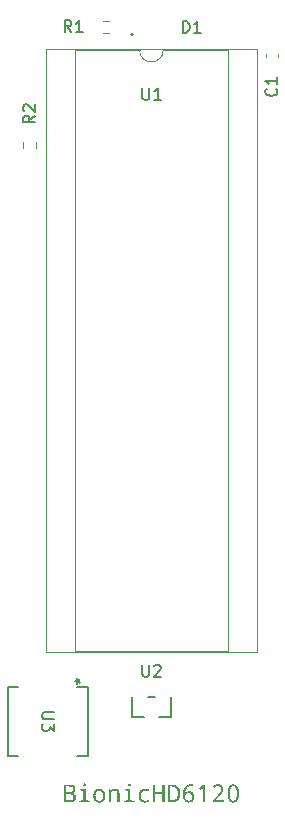
<source format=gbr>
G04 #@! TF.GenerationSoftware,KiCad,Pcbnew,8.0.4+dfsg-1*
G04 #@! TF.CreationDate,2025-02-28T19:38:26+09:00*
G04 #@! TF.ProjectId,bionic-hd6120,62696f6e-6963-42d6-9864-363132302e6b,4*
G04 #@! TF.SameCoordinates,Original*
G04 #@! TF.FileFunction,Legend,Top*
G04 #@! TF.FilePolarity,Positive*
%FSLAX46Y46*%
G04 Gerber Fmt 4.6, Leading zero omitted, Abs format (unit mm)*
G04 Created by KiCad (PCBNEW 8.0.4+dfsg-1) date 2025-02-28 19:38:26*
%MOMM*%
%LPD*%
G01*
G04 APERTURE LIST*
%ADD10C,0.150000*%
%ADD11C,0.152400*%
%ADD12C,0.120000*%
G04 APERTURE END LIST*
D10*
G36*
X106815392Y-135937563D02*
G01*
X106892198Y-135944137D01*
X106974376Y-135957811D01*
X107045659Y-135977797D01*
X107115049Y-136009090D01*
X107140248Y-136025131D01*
X107196027Y-136076719D01*
X107235869Y-136142092D01*
X107259774Y-136221250D01*
X107267618Y-136301821D01*
X107267743Y-136314192D01*
X107259836Y-136391873D01*
X107232873Y-136467404D01*
X107186776Y-136532545D01*
X107130591Y-136580122D01*
X107063243Y-136614319D01*
X106984732Y-136635134D01*
X106967690Y-136637692D01*
X106967690Y-136647950D01*
X107047890Y-136665627D01*
X107117396Y-136690815D01*
X107189241Y-136732861D01*
X107244378Y-136786642D01*
X107282807Y-136852158D01*
X107304528Y-136929409D01*
X107309874Y-136999660D01*
X107305251Y-137072981D01*
X107288168Y-137150774D01*
X107258498Y-137220222D01*
X107216240Y-137281326D01*
X107178350Y-137319862D01*
X107116392Y-137365115D01*
X107045284Y-137399253D01*
X106965024Y-137422276D01*
X106888946Y-137433164D01*
X106820412Y-137436000D01*
X106277460Y-137436000D01*
X106277460Y-137272235D01*
X106470168Y-137272235D01*
X106786340Y-137272235D01*
X106861473Y-137267855D01*
X106941302Y-137250065D01*
X107016436Y-137210652D01*
X107069029Y-137151533D01*
X107099082Y-137072707D01*
X107106909Y-136991966D01*
X107098760Y-136917135D01*
X107067470Y-136844080D01*
X107012713Y-136789288D01*
X106934489Y-136752761D01*
X106851375Y-136736272D01*
X106773151Y-136732214D01*
X106470168Y-136732214D01*
X106470168Y-137272235D01*
X106277460Y-137272235D01*
X106277460Y-136568449D01*
X106470168Y-136568449D01*
X106762526Y-136568449D01*
X106837494Y-136564946D01*
X106915875Y-136550713D01*
X106987454Y-136519183D01*
X106996999Y-136512395D01*
X107044678Y-136454759D01*
X107067115Y-136380089D01*
X107070639Y-136327015D01*
X107061331Y-136251322D01*
X107026331Y-136182965D01*
X106991870Y-136152259D01*
X106919811Y-136119887D01*
X106839926Y-136104324D01*
X106763036Y-136099344D01*
X106742010Y-136099136D01*
X106470168Y-136099136D01*
X106470168Y-136568449D01*
X106277460Y-136568449D01*
X106277460Y-135935371D01*
X106731019Y-135935371D01*
X106815392Y-135937563D01*
G37*
G36*
X108050663Y-135841582D02*
G01*
X108125295Y-135863952D01*
X108158134Y-135931061D01*
X108159840Y-135958452D01*
X108141498Y-136030580D01*
X108127233Y-136047113D01*
X108058869Y-136075801D01*
X108050663Y-136076055D01*
X107979264Y-136056646D01*
X107943080Y-135992332D01*
X107940387Y-135958452D01*
X107958587Y-135882784D01*
X108024817Y-135843408D01*
X108050663Y-135841582D01*
G37*
G36*
X107956141Y-136457807D02*
G01*
X107678803Y-136436191D01*
X107678803Y-136310528D01*
X108143353Y-136310528D01*
X108143353Y-137288721D01*
X108506054Y-137309237D01*
X108506054Y-137436000D01*
X107601500Y-137436000D01*
X107601500Y-137309237D01*
X107956141Y-137288721D01*
X107956141Y-136457807D01*
G37*
G36*
X109375096Y-136292697D02*
G01*
X109450736Y-136309544D01*
X109520657Y-136337622D01*
X109584859Y-136376932D01*
X109643343Y-136427473D01*
X109661567Y-136446816D01*
X109710249Y-136510400D01*
X109748859Y-136581352D01*
X109777396Y-136659671D01*
X109795862Y-136745357D01*
X109803556Y-136822390D01*
X109804815Y-136871066D01*
X109801363Y-136953648D01*
X109791005Y-137030577D01*
X109773742Y-137101854D01*
X109743912Y-137179924D01*
X109704139Y-137249854D01*
X109663399Y-137301910D01*
X109607207Y-137355448D01*
X109544422Y-137397909D01*
X109475041Y-137429293D01*
X109399067Y-137449601D01*
X109316497Y-137458831D01*
X109287509Y-137459447D01*
X109206747Y-137453818D01*
X109131523Y-137436933D01*
X109061838Y-137408790D01*
X108997692Y-137369390D01*
X108939083Y-137318733D01*
X108920778Y-137299346D01*
X108871972Y-137235396D01*
X108833263Y-137163900D01*
X108804652Y-137084855D01*
X108788523Y-137013219D01*
X108779407Y-136936342D01*
X108777163Y-136871066D01*
X108970970Y-136871066D01*
X108973788Y-136948390D01*
X108986310Y-137039657D01*
X109008850Y-137117404D01*
X109051112Y-137195573D01*
X109109027Y-137252615D01*
X109182595Y-137288531D01*
X109271816Y-137303319D01*
X109291539Y-137303742D01*
X109366414Y-137296981D01*
X109445970Y-137269517D01*
X109509926Y-137220925D01*
X109558283Y-137151207D01*
X109585738Y-137080221D01*
X109603209Y-136995714D01*
X109610696Y-136897686D01*
X109611008Y-136871066D01*
X109608181Y-136794528D01*
X109595616Y-136704187D01*
X109572999Y-136627231D01*
X109530591Y-136549856D01*
X109472478Y-136493393D01*
X109398657Y-136457843D01*
X109309131Y-136443204D01*
X109289341Y-136442786D01*
X109214722Y-136449478D01*
X109135441Y-136476664D01*
X109071704Y-136524761D01*
X109023514Y-136593771D01*
X108996154Y-136664036D01*
X108978743Y-136747684D01*
X108971281Y-136844717D01*
X108970970Y-136871066D01*
X108777163Y-136871066D01*
X108780571Y-136789249D01*
X108790795Y-136713014D01*
X108812060Y-136628899D01*
X108843139Y-136552821D01*
X108884033Y-136484780D01*
X108916748Y-136443885D01*
X108972531Y-136390596D01*
X109035193Y-136348333D01*
X109104732Y-136317094D01*
X109181149Y-136296881D01*
X109264444Y-136287694D01*
X109293737Y-136287081D01*
X109375096Y-136292697D01*
G37*
G36*
X110833200Y-137436000D02*
G01*
X110833200Y-136709866D01*
X110827216Y-136632924D01*
X110804238Y-136557808D01*
X110755649Y-136493907D01*
X110683604Y-136455566D01*
X110603181Y-136443047D01*
X110588102Y-136442786D01*
X110513913Y-136449174D01*
X110435088Y-136475128D01*
X110371718Y-136521045D01*
X110323804Y-136586926D01*
X110291347Y-136672771D01*
X110276509Y-136755821D01*
X110271563Y-136851648D01*
X110271563Y-137436000D01*
X110083985Y-137436000D01*
X110083985Y-136310528D01*
X110235293Y-136310528D01*
X110263137Y-136460371D01*
X110273395Y-136460371D01*
X110317951Y-136401480D01*
X110381850Y-136348173D01*
X110458581Y-136311450D01*
X110534564Y-136293173D01*
X110619976Y-136287081D01*
X110713914Y-136293521D01*
X110795327Y-136312841D01*
X110864215Y-136345041D01*
X110932711Y-136403404D01*
X110973418Y-136464584D01*
X111001599Y-136538644D01*
X111017255Y-136625583D01*
X111020778Y-136699241D01*
X111020778Y-137436000D01*
X110833200Y-137436000D01*
G37*
G36*
X111831542Y-135841582D02*
G01*
X111906175Y-135863952D01*
X111939013Y-135931061D01*
X111940719Y-135958452D01*
X111922378Y-136030580D01*
X111908112Y-136047113D01*
X111839748Y-136075801D01*
X111831542Y-136076055D01*
X111760143Y-136056646D01*
X111723959Y-135992332D01*
X111721267Y-135958452D01*
X111739466Y-135882784D01*
X111805696Y-135843408D01*
X111831542Y-135841582D01*
G37*
G36*
X111737020Y-136457807D02*
G01*
X111459683Y-136436191D01*
X111459683Y-136310528D01*
X111924232Y-136310528D01*
X111924232Y-137288721D01*
X112286933Y-137309237D01*
X112286933Y-137436000D01*
X111382380Y-137436000D01*
X111382380Y-137309237D01*
X111737020Y-137288721D01*
X111737020Y-136457807D01*
G37*
G36*
X113532938Y-136347898D02*
G01*
X113469191Y-136510563D01*
X113393948Y-136484437D01*
X113322828Y-136465775D01*
X113247744Y-136453704D01*
X113192952Y-136450846D01*
X113103393Y-136457504D01*
X113025775Y-136477476D01*
X112960099Y-136510764D01*
X112894795Y-136571098D01*
X112855987Y-136634344D01*
X112829119Y-136710906D01*
X112814192Y-136800782D01*
X112810834Y-136876928D01*
X112814102Y-136951764D01*
X112828628Y-137040095D01*
X112854774Y-137115340D01*
X112903799Y-137190993D01*
X112970981Y-137246200D01*
X113056319Y-137280960D01*
X113137664Y-137294046D01*
X113182694Y-137295682D01*
X113264095Y-137291698D01*
X113346367Y-137279745D01*
X113419068Y-137262750D01*
X113492436Y-137239654D01*
X113513521Y-137231935D01*
X113513521Y-137396799D01*
X113440545Y-137424207D01*
X113359739Y-137443785D01*
X113282610Y-137454491D01*
X113199485Y-137459202D01*
X113174634Y-137459447D01*
X113094747Y-137455789D01*
X113020639Y-137444814D01*
X112939336Y-137421986D01*
X112866354Y-137388623D01*
X112801692Y-137344723D01*
X112763207Y-137309604D01*
X112713528Y-137248827D01*
X112674129Y-137178880D01*
X112645007Y-137099763D01*
X112628590Y-137026826D01*
X112619311Y-136947521D01*
X112617027Y-136879492D01*
X112620677Y-136792418D01*
X112631625Y-136712088D01*
X112649871Y-136638502D01*
X112681401Y-136559101D01*
X112723442Y-136489412D01*
X112766504Y-136438756D01*
X112826821Y-136387210D01*
X112895664Y-136346329D01*
X112973035Y-136316113D01*
X113058931Y-136296561D01*
X113137025Y-136288414D01*
X113186724Y-136287081D01*
X113266027Y-136289991D01*
X113343332Y-136298722D01*
X113418638Y-136313273D01*
X113491945Y-136333644D01*
X113532938Y-136347898D01*
G37*
G36*
X114827303Y-137436000D02*
G01*
X114634595Y-137436000D01*
X114634595Y-136737343D01*
X114031926Y-136737343D01*
X114031926Y-137436000D01*
X113839218Y-137436000D01*
X113839218Y-135935371D01*
X114031926Y-135935371D01*
X114031926Y-136568449D01*
X114634595Y-136568449D01*
X114634595Y-135935371D01*
X114827303Y-135935371D01*
X114827303Y-137436000D01*
G37*
G36*
X115531300Y-135938405D02*
G01*
X115606125Y-135947507D01*
X115693295Y-135967418D01*
X115773400Y-135996809D01*
X115846439Y-136035682D01*
X115912411Y-136084035D01*
X115960101Y-136129545D01*
X116012557Y-136193875D01*
X116056122Y-136265736D01*
X116090796Y-136345129D01*
X116116579Y-136432053D01*
X116130804Y-136507014D01*
X116139339Y-136586796D01*
X116142184Y-136671397D01*
X116139236Y-136761288D01*
X116130392Y-136845764D01*
X116115651Y-136924824D01*
X116095015Y-136998469D01*
X116060928Y-137082910D01*
X116017628Y-137158889D01*
X115965115Y-137226407D01*
X115953507Y-137238896D01*
X115890572Y-137295678D01*
X115819462Y-137342837D01*
X115740176Y-137380372D01*
X115652716Y-137408282D01*
X115576861Y-137423681D01*
X115495775Y-137432920D01*
X115409456Y-137436000D01*
X115099512Y-137436000D01*
X115099512Y-137272235D01*
X115292219Y-137272235D01*
X115391138Y-137272235D01*
X115489086Y-137267012D01*
X115577399Y-137251343D01*
X115656079Y-137225229D01*
X115725124Y-137188669D01*
X115784535Y-137141664D01*
X115834312Y-137084213D01*
X115874455Y-137016316D01*
X115904963Y-136937973D01*
X115925838Y-136849185D01*
X115937078Y-136749951D01*
X115939218Y-136677992D01*
X115934756Y-136574544D01*
X115921367Y-136481271D01*
X115899052Y-136398174D01*
X115867812Y-136325252D01*
X115827646Y-136262505D01*
X115760206Y-136194670D01*
X115676898Y-136144925D01*
X115604004Y-136119487D01*
X115522184Y-136104224D01*
X115431438Y-136099136D01*
X115292219Y-136099136D01*
X115292219Y-137272235D01*
X115099512Y-137272235D01*
X115099512Y-135935371D01*
X115451954Y-135935371D01*
X115531300Y-135938405D01*
G37*
G36*
X117112832Y-135914655D02*
G01*
X117187344Y-135924743D01*
X117214899Y-135931341D01*
X117214899Y-136091076D01*
X117140812Y-136077139D01*
X117061932Y-136071830D01*
X117043807Y-136071659D01*
X116961285Y-136076734D01*
X116886825Y-136091958D01*
X116810147Y-136122547D01*
X116744443Y-136166951D01*
X116696860Y-136216006D01*
X116651259Y-136287098D01*
X116620210Y-136360926D01*
X116600002Y-136431540D01*
X116584947Y-136510420D01*
X116575044Y-136597563D01*
X116570830Y-136673229D01*
X116583287Y-136673229D01*
X116631851Y-136604993D01*
X116691950Y-136553517D01*
X116763584Y-136518800D01*
X116846754Y-136500843D01*
X116899459Y-136498107D01*
X116983140Y-136503962D01*
X117058511Y-136521529D01*
X117134475Y-136555944D01*
X117199585Y-136605655D01*
X117214166Y-136620473D01*
X117264015Y-136687243D01*
X117295949Y-136754832D01*
X117316979Y-136830978D01*
X117327104Y-136915678D01*
X117328105Y-136954597D01*
X117323739Y-137039034D01*
X117310640Y-137116490D01*
X117288809Y-137186965D01*
X117252301Y-137260363D01*
X117203908Y-137324258D01*
X117145504Y-137376934D01*
X117078966Y-137416672D01*
X117004294Y-137443472D01*
X116921487Y-137457334D01*
X116870516Y-137459447D01*
X116789506Y-137453355D01*
X116714909Y-137435078D01*
X116646727Y-137404617D01*
X116584958Y-137361971D01*
X116529604Y-137307141D01*
X116512579Y-137286157D01*
X116467258Y-137215986D01*
X116431314Y-137135718D01*
X116408524Y-137061114D01*
X116392245Y-136979498D01*
X116385423Y-136917594D01*
X116566800Y-136917594D01*
X116571998Y-136992790D01*
X116590272Y-137071036D01*
X116621702Y-137142559D01*
X116649965Y-137186505D01*
X116701038Y-137241229D01*
X116767370Y-137281028D01*
X116843791Y-137298717D01*
X116868685Y-137299712D01*
X116944848Y-137290911D01*
X117015736Y-137260898D01*
X117073116Y-137209586D01*
X117111949Y-137145852D01*
X117134602Y-137075827D01*
X117145604Y-136993804D01*
X117146755Y-136953498D01*
X117141162Y-136875455D01*
X117121828Y-136801452D01*
X117084609Y-136735504D01*
X117076047Y-136725253D01*
X117014790Y-136676584D01*
X116943702Y-136651703D01*
X116874913Y-136645385D01*
X116797282Y-136653507D01*
X116727881Y-136677872D01*
X116666708Y-136718479D01*
X116655461Y-136728550D01*
X116604983Y-136788245D01*
X116573814Y-136859686D01*
X116566800Y-136917594D01*
X116385423Y-136917594D01*
X116382478Y-136890870D01*
X116379352Y-136814918D01*
X116379222Y-136795228D01*
X116381794Y-136688266D01*
X116389509Y-136588204D01*
X116402367Y-136495043D01*
X116420369Y-136408783D01*
X116443515Y-136329423D01*
X116471803Y-136256965D01*
X116505236Y-136191407D01*
X116565028Y-136106010D01*
X116636393Y-136036139D01*
X116719330Y-135981795D01*
X116813840Y-135942978D01*
X116919923Y-135919688D01*
X116997074Y-135912787D01*
X117037579Y-135911924D01*
X117112832Y-135914655D01*
G37*
G36*
X118261968Y-137436000D02*
G01*
X118080618Y-137436000D01*
X118080618Y-136502870D01*
X118081255Y-136423326D01*
X118082633Y-136348356D01*
X118084427Y-136274970D01*
X118086789Y-136193160D01*
X118088678Y-136133941D01*
X118033634Y-136190171D01*
X117974518Y-136243915D01*
X117964114Y-136253009D01*
X117812805Y-136380870D01*
X117712788Y-136251177D01*
X118107362Y-135935371D01*
X118261968Y-135935371D01*
X118261968Y-137436000D01*
G37*
G36*
X119842830Y-137436000D02*
G01*
X118903838Y-137436000D01*
X118903838Y-137275166D01*
X119264707Y-136883889D01*
X119324102Y-136818152D01*
X119376806Y-136757872D01*
X119431220Y-136692738D01*
X119482526Y-136626678D01*
X119525104Y-136564276D01*
X119529222Y-136557458D01*
X119563032Y-136488221D01*
X119584320Y-136414690D01*
X119593085Y-136336867D01*
X119593336Y-136320787D01*
X119585587Y-136247204D01*
X119556447Y-136175088D01*
X119527757Y-136138704D01*
X119467153Y-136095295D01*
X119391312Y-136074016D01*
X119351169Y-136071659D01*
X119268874Y-136080406D01*
X119197092Y-136102410D01*
X119125520Y-136137808D01*
X119064340Y-136178809D01*
X119023639Y-136211610D01*
X118918493Y-136088878D01*
X118981274Y-136037900D01*
X119045969Y-135995563D01*
X119112578Y-135961865D01*
X119195036Y-135932834D01*
X119280250Y-135916244D01*
X119353367Y-135911924D01*
X119436690Y-135917131D01*
X119511948Y-135932751D01*
X119588084Y-135963354D01*
X119653686Y-136007558D01*
X119668440Y-136020734D01*
X119718930Y-136079833D01*
X119754994Y-136148321D01*
X119776632Y-136226196D01*
X119783732Y-136302038D01*
X119783845Y-136313459D01*
X119777906Y-136390546D01*
X119760089Y-136468849D01*
X119733897Y-136540362D01*
X119723029Y-136564419D01*
X119681492Y-136636570D01*
X119635734Y-136701232D01*
X119588038Y-136762023D01*
X119531649Y-136829094D01*
X119480278Y-136887272D01*
X119423343Y-136949468D01*
X119133915Y-137256847D01*
X119133915Y-137264907D01*
X119842830Y-137264907D01*
X119842830Y-137436000D01*
G37*
G36*
X120717446Y-135918918D02*
G01*
X120794696Y-135939899D01*
X120863728Y-135974869D01*
X120924543Y-136023826D01*
X120977141Y-136086770D01*
X120992847Y-136110860D01*
X121028099Y-136177339D01*
X121057376Y-136252440D01*
X121080678Y-136336163D01*
X121095018Y-136409350D01*
X121105534Y-136488056D01*
X121112225Y-136572279D01*
X121115093Y-136662021D01*
X121115213Y-136685319D01*
X121113325Y-136779061D01*
X121107662Y-136866755D01*
X121098224Y-136948402D01*
X121085011Y-137024000D01*
X121058112Y-137126058D01*
X121022719Y-137214508D01*
X120978831Y-137289350D01*
X120926449Y-137350585D01*
X120865573Y-137398212D01*
X120796203Y-137432231D01*
X120718338Y-137452643D01*
X120631978Y-137459447D01*
X120547520Y-137452453D01*
X120471099Y-137431471D01*
X120402715Y-137396502D01*
X120342367Y-137347545D01*
X120290058Y-137284601D01*
X120274407Y-137260511D01*
X120239366Y-137194014D01*
X120210265Y-137118860D01*
X120187102Y-137035047D01*
X120172848Y-136961762D01*
X120162395Y-136882937D01*
X120155744Y-136798570D01*
X120152893Y-136708662D01*
X120152774Y-136685319D01*
X120152789Y-136684586D01*
X120343650Y-136684586D01*
X120344737Y-136763515D01*
X120348000Y-136836719D01*
X120355138Y-136920174D01*
X120365675Y-136994685D01*
X120382805Y-137072291D01*
X120408976Y-137146553D01*
X120413259Y-137155731D01*
X120453032Y-137218723D01*
X120509656Y-137268076D01*
X120578857Y-137294650D01*
X120631978Y-137299712D01*
X120710920Y-137288294D01*
X120777110Y-137254040D01*
X120830549Y-137196949D01*
X120854728Y-137155364D01*
X120882422Y-137083374D01*
X120900746Y-137007855D01*
X120912198Y-136935181D01*
X120920180Y-136853652D01*
X120924692Y-136763269D01*
X120925803Y-136684586D01*
X120924692Y-136606425D01*
X120920180Y-136516612D01*
X120912198Y-136435565D01*
X120898039Y-136349878D01*
X120878882Y-136276814D01*
X120854728Y-136216373D01*
X120814153Y-136153061D01*
X120756464Y-136103456D01*
X120686023Y-136076747D01*
X120631978Y-136071659D01*
X120554393Y-136083019D01*
X120489384Y-136117100D01*
X120436953Y-136173900D01*
X120413259Y-136215274D01*
X120386136Y-136286693D01*
X120368190Y-136361835D01*
X120356973Y-136434272D01*
X120349156Y-136515636D01*
X120344737Y-136605927D01*
X120343650Y-136684586D01*
X120152789Y-136684586D01*
X120154646Y-136591666D01*
X120160262Y-136504055D01*
X120169621Y-136422486D01*
X120182724Y-136346959D01*
X120209399Y-136244998D01*
X120244497Y-136156631D01*
X120288018Y-136081860D01*
X120339963Y-136020683D01*
X120400332Y-135973101D01*
X120469124Y-135939114D01*
X120546339Y-135918722D01*
X120631978Y-135911924D01*
X120717446Y-135918918D01*
G37*
X116365505Y-72283619D02*
X116365505Y-71283619D01*
X116365505Y-71283619D02*
X116603600Y-71283619D01*
X116603600Y-71283619D02*
X116746457Y-71331238D01*
X116746457Y-71331238D02*
X116841695Y-71426476D01*
X116841695Y-71426476D02*
X116889314Y-71521714D01*
X116889314Y-71521714D02*
X116936933Y-71712190D01*
X116936933Y-71712190D02*
X116936933Y-71855047D01*
X116936933Y-71855047D02*
X116889314Y-72045523D01*
X116889314Y-72045523D02*
X116841695Y-72140761D01*
X116841695Y-72140761D02*
X116746457Y-72236000D01*
X116746457Y-72236000D02*
X116603600Y-72283619D01*
X116603600Y-72283619D02*
X116365505Y-72283619D01*
X117889314Y-72283619D02*
X117317886Y-72283619D01*
X117603600Y-72283619D02*
X117603600Y-71283619D01*
X117603600Y-71283619D02*
X117508362Y-71426476D01*
X117508362Y-71426476D02*
X117413124Y-71521714D01*
X117413124Y-71521714D02*
X117317886Y-71569333D01*
X103842419Y-79308766D02*
X103366228Y-79642099D01*
X103842419Y-79880194D02*
X102842419Y-79880194D01*
X102842419Y-79880194D02*
X102842419Y-79499242D01*
X102842419Y-79499242D02*
X102890038Y-79404004D01*
X102890038Y-79404004D02*
X102937657Y-79356385D01*
X102937657Y-79356385D02*
X103032895Y-79308766D01*
X103032895Y-79308766D02*
X103175752Y-79308766D01*
X103175752Y-79308766D02*
X103270990Y-79356385D01*
X103270990Y-79356385D02*
X103318609Y-79404004D01*
X103318609Y-79404004D02*
X103366228Y-79499242D01*
X103366228Y-79499242D02*
X103366228Y-79880194D01*
X102937657Y-78927813D02*
X102890038Y-78880194D01*
X102890038Y-78880194D02*
X102842419Y-78784956D01*
X102842419Y-78784956D02*
X102842419Y-78546861D01*
X102842419Y-78546861D02*
X102890038Y-78451623D01*
X102890038Y-78451623D02*
X102937657Y-78404004D01*
X102937657Y-78404004D02*
X103032895Y-78356385D01*
X103032895Y-78356385D02*
X103128133Y-78356385D01*
X103128133Y-78356385D02*
X103270990Y-78404004D01*
X103270990Y-78404004D02*
X103842419Y-78975432D01*
X103842419Y-78975432D02*
X103842419Y-78356385D01*
X124270380Y-77024166D02*
X124318000Y-77071785D01*
X124318000Y-77071785D02*
X124365619Y-77214642D01*
X124365619Y-77214642D02*
X124365619Y-77309880D01*
X124365619Y-77309880D02*
X124318000Y-77452737D01*
X124318000Y-77452737D02*
X124222761Y-77547975D01*
X124222761Y-77547975D02*
X124127523Y-77595594D01*
X124127523Y-77595594D02*
X123937047Y-77643213D01*
X123937047Y-77643213D02*
X123794190Y-77643213D01*
X123794190Y-77643213D02*
X123603714Y-77595594D01*
X123603714Y-77595594D02*
X123508476Y-77547975D01*
X123508476Y-77547975D02*
X123413238Y-77452737D01*
X123413238Y-77452737D02*
X123365619Y-77309880D01*
X123365619Y-77309880D02*
X123365619Y-77214642D01*
X123365619Y-77214642D02*
X123413238Y-77071785D01*
X123413238Y-77071785D02*
X123460857Y-77024166D01*
X124365619Y-76071785D02*
X124365619Y-76643213D01*
X124365619Y-76357499D02*
X123365619Y-76357499D01*
X123365619Y-76357499D02*
X123508476Y-76452737D01*
X123508476Y-76452737D02*
X123603714Y-76547975D01*
X123603714Y-76547975D02*
X123651333Y-76643213D01*
X105462581Y-129823445D02*
X104653058Y-129823445D01*
X104653058Y-129823445D02*
X104557820Y-129871064D01*
X104557820Y-129871064D02*
X104510201Y-129918683D01*
X104510201Y-129918683D02*
X104462581Y-130013921D01*
X104462581Y-130013921D02*
X104462581Y-130204397D01*
X104462581Y-130204397D02*
X104510201Y-130299635D01*
X104510201Y-130299635D02*
X104557820Y-130347254D01*
X104557820Y-130347254D02*
X104653058Y-130394873D01*
X104653058Y-130394873D02*
X105462581Y-130394873D01*
X105462581Y-130775826D02*
X105462581Y-131394873D01*
X105462581Y-131394873D02*
X105081629Y-131061540D01*
X105081629Y-131061540D02*
X105081629Y-131204397D01*
X105081629Y-131204397D02*
X105034010Y-131299635D01*
X105034010Y-131299635D02*
X104986391Y-131347254D01*
X104986391Y-131347254D02*
X104891153Y-131394873D01*
X104891153Y-131394873D02*
X104653058Y-131394873D01*
X104653058Y-131394873D02*
X104557820Y-131347254D01*
X104557820Y-131347254D02*
X104510201Y-131299635D01*
X104510201Y-131299635D02*
X104462581Y-131204397D01*
X104462581Y-131204397D02*
X104462581Y-130918683D01*
X104462581Y-130918683D02*
X104510201Y-130823445D01*
X104510201Y-130823445D02*
X104557820Y-130775826D01*
X107272220Y-127185349D02*
X107510315Y-127185349D01*
X107415077Y-127423444D02*
X107510315Y-127185349D01*
X107510315Y-127185349D02*
X107415077Y-126947254D01*
X107700791Y-127328206D02*
X107510315Y-127185349D01*
X107510315Y-127185349D02*
X107700791Y-127042492D01*
X112938095Y-76973219D02*
X112938095Y-77782742D01*
X112938095Y-77782742D02*
X112985714Y-77877980D01*
X112985714Y-77877980D02*
X113033333Y-77925600D01*
X113033333Y-77925600D02*
X113128571Y-77973219D01*
X113128571Y-77973219D02*
X113319047Y-77973219D01*
X113319047Y-77973219D02*
X113414285Y-77925600D01*
X113414285Y-77925600D02*
X113461904Y-77877980D01*
X113461904Y-77877980D02*
X113509523Y-77782742D01*
X113509523Y-77782742D02*
X113509523Y-76973219D01*
X114509523Y-77973219D02*
X113938095Y-77973219D01*
X114223809Y-77973219D02*
X114223809Y-76973219D01*
X114223809Y-76973219D02*
X114128571Y-77116076D01*
X114128571Y-77116076D02*
X114033333Y-77211314D01*
X114033333Y-77211314D02*
X113938095Y-77258933D01*
X106929333Y-72232819D02*
X106596000Y-71756628D01*
X106357905Y-72232819D02*
X106357905Y-71232819D01*
X106357905Y-71232819D02*
X106738857Y-71232819D01*
X106738857Y-71232819D02*
X106834095Y-71280438D01*
X106834095Y-71280438D02*
X106881714Y-71328057D01*
X106881714Y-71328057D02*
X106929333Y-71423295D01*
X106929333Y-71423295D02*
X106929333Y-71566152D01*
X106929333Y-71566152D02*
X106881714Y-71661390D01*
X106881714Y-71661390D02*
X106834095Y-71709009D01*
X106834095Y-71709009D02*
X106738857Y-71756628D01*
X106738857Y-71756628D02*
X106357905Y-71756628D01*
X107881714Y-72232819D02*
X107310286Y-72232819D01*
X107596000Y-72232819D02*
X107596000Y-71232819D01*
X107596000Y-71232819D02*
X107500762Y-71375676D01*
X107500762Y-71375676D02*
X107405524Y-71470914D01*
X107405524Y-71470914D02*
X107310286Y-71518533D01*
X112938095Y-125792019D02*
X112938095Y-126601542D01*
X112938095Y-126601542D02*
X112985714Y-126696780D01*
X112985714Y-126696780D02*
X113033333Y-126744400D01*
X113033333Y-126744400D02*
X113128571Y-126792019D01*
X113128571Y-126792019D02*
X113319047Y-126792019D01*
X113319047Y-126792019D02*
X113414285Y-126744400D01*
X113414285Y-126744400D02*
X113461904Y-126696780D01*
X113461904Y-126696780D02*
X113509523Y-126601542D01*
X113509523Y-126601542D02*
X113509523Y-125792019D01*
X113938095Y-125887257D02*
X113985714Y-125839638D01*
X113985714Y-125839638D02*
X114080952Y-125792019D01*
X114080952Y-125792019D02*
X114319047Y-125792019D01*
X114319047Y-125792019D02*
X114414285Y-125839638D01*
X114414285Y-125839638D02*
X114461904Y-125887257D01*
X114461904Y-125887257D02*
X114509523Y-125982495D01*
X114509523Y-125982495D02*
X114509523Y-126077733D01*
X114509523Y-126077733D02*
X114461904Y-126220590D01*
X114461904Y-126220590D02*
X113890476Y-126792019D01*
X113890476Y-126792019D02*
X114509523Y-126792019D01*
D11*
X112137900Y-72463800D02*
G75*
G02*
X111985500Y-72463800I-76200J0D01*
G01*
X111985500Y-72463800D02*
G75*
G02*
X112137900Y-72463800I76200J0D01*
G01*
D12*
X102865100Y-81530876D02*
X102865100Y-82040324D01*
X103910100Y-81530876D02*
X103910100Y-82040324D01*
X123400800Y-74363767D02*
X123400800Y-74071233D01*
X124420800Y-74363767D02*
X124420800Y-74071233D01*
D11*
X101539201Y-127664350D02*
X101539201Y-133506350D01*
X101539201Y-133506350D02*
X102418760Y-133506350D01*
X102418762Y-127664350D02*
X101539201Y-127664350D01*
X107416040Y-133506350D02*
X108295601Y-133506350D01*
X108295601Y-127664350D02*
X107416042Y-127664350D01*
X108295601Y-133506350D02*
X108295601Y-127664350D01*
D12*
X104750000Y-73690000D02*
X104750000Y-124730000D01*
X104750000Y-124730000D02*
X122650000Y-124730000D01*
X107240000Y-73750000D02*
X107240000Y-124670000D01*
X107240000Y-124670000D02*
X120160000Y-124670000D01*
X112700000Y-73750000D02*
X107240000Y-73750000D01*
X120160000Y-73750000D02*
X114700000Y-73750000D01*
X120160000Y-124670000D02*
X120160000Y-73750000D01*
X122650000Y-73690000D02*
X104750000Y-73690000D01*
X122650000Y-124730000D02*
X122650000Y-73690000D01*
X114700000Y-73750000D02*
G75*
G02*
X112700000Y-73750000I-1000000J0D01*
G01*
X110144724Y-71255500D02*
X109635276Y-71255500D01*
X110144724Y-72300500D02*
X109635276Y-72300500D01*
D11*
X112048000Y-128559000D02*
X112048000Y-130213000D01*
X112048000Y-130213000D02*
X113037060Y-130213000D01*
X113987061Y-128559000D02*
X113412939Y-128559000D01*
X114362940Y-130213000D02*
X115352000Y-130213000D01*
X115352000Y-130213000D02*
X115352000Y-128559000D01*
M02*

</source>
